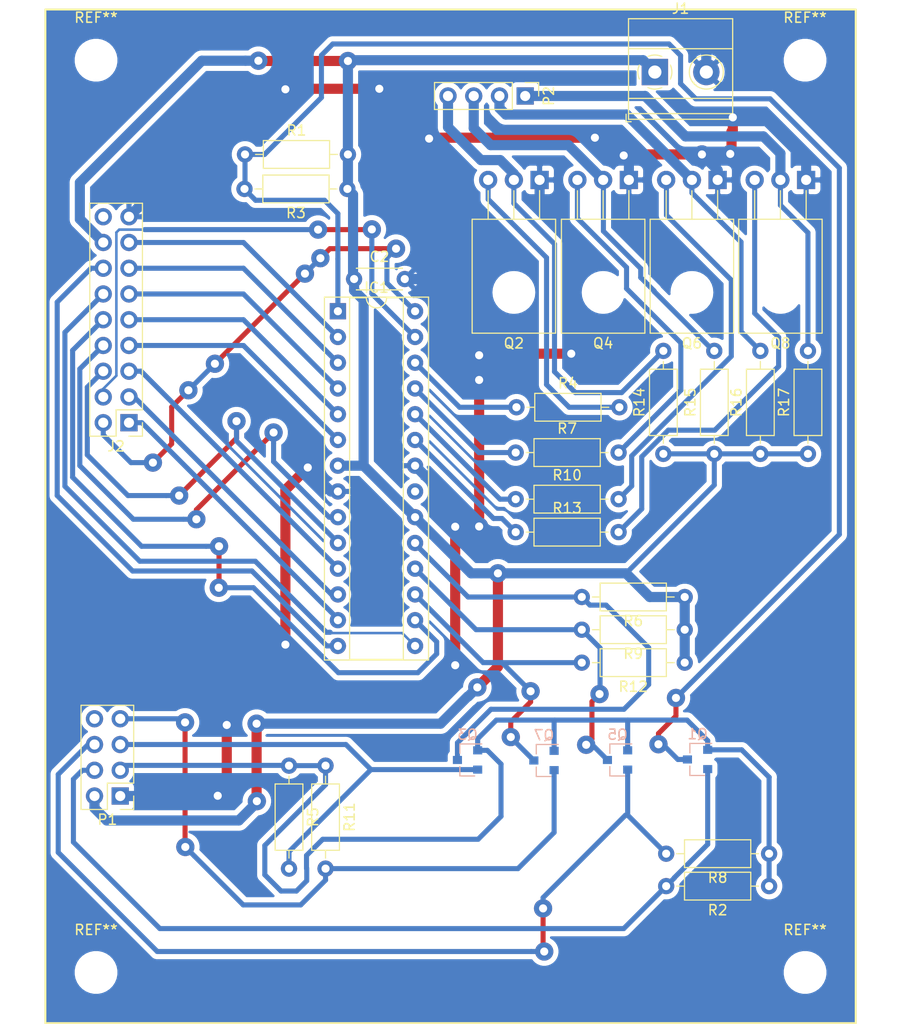
<source format=kicad_pcb>
(kicad_pcb (version 20211014) (generator pcbnew)
  (layers (0 "F.Cu" signal) (31 "B.Cu" signal) (34 "B.Paste" user) (35 "F.Paste" user) (36 "B.SilkS" user "B.Silkscreen") (37 "F.SilkS" user "F.Silkscreen") (38 "B.Mask" user) (39 "F.Mask" user) (44 "Edge.Cuts" user))
  (net 0 "")
  (net 1 "Earth")
  (net 2 "VCC")
  (net 3 "RST")
  (net 4 "/D0")
  (net 5 "/D1")
  (net 6 "MOSI")
  (net 7 "/D2")
  (net 8 "MISO")
  (net 9 "/D3")
  (net 10 "SCK")
  (net 11 "/D4")
  (net 12 "Net-(IC1-Pad21)")
  (net 13 "/Layer0")
  (net 14 "/Layer1")
  (net 15 "/D5")
  (net 16 "/Layer2")
  (net 17 "/D6")
  (net 18 "/Layer3")
  (net 19 "/D7")
  (net 20 "/OE")
  (net 21 "/B2")
  (net 22 "/G2")
  (net 23 "/R2")
  (net 24 "/B1")
  (net 25 "/G1")
  (net 26 "/R1")
  (net 27 "Net-(J2-Pad18)")
  (net 28 "+3V3")
  (net 29 "/RST_PI")
  (net 30 "/SCK_PI")
  (net 31 "/MISO_PI")
  (net 32 "/MOSI_PI")
  (net 33 "Net-(P1-Pad8)")
  (net 34 "Net-(P2-Pad1)")
  (net 35 "Net-(P2-Pad2)")
  (net 36 "Net-(P2-Pad3)")
  (net 37 "Net-(P2-Pad4)")
  (net 38 "Net-(Q2-Pad3)")
  (net 39 "Net-(Q4-Pad3)")
  (net 40 "Net-(Q6-Pad3)")
  (net 41 "Net-(Q8-Pad3)")
  (footprint "Package_DIP:DIP-28_W7.62mm_Socket" (layer "F.Cu") (at 123.9266 94.2086)
    (fp_text reference "IC1")
    (fp_text value "ATMEGA328-P")
  )
  (footprint "TerminalBlock_Phoenix:TerminalBlock_Phoenix_MKDS-1,5-2-5.08_1x02_P5.08mm_Horizontal" (layer "F.Cu") (at 155.2194 70.612)
    (fp_text reference "J1")
    (fp_text value "Screw_Terminal_1x02")
  )
  (footprint "Connector_PinHeader_2.54mm:PinHeader_2x09_P2.54mm_Vertical" (layer "F.Cu") (at 103.3018 105.2068 180)
    (fp_text reference "J2")
    (fp_text value "Conn_02x09_Odd_Even")
  )
  (footprint "Connector_PinHeader_2.54mm:PinHeader_2x04_P2.54mm_Vertical" (layer "F.Cu") (at 102.4382 142.0368 180)
    (fp_text reference "P1")
    (fp_text value "CONN_01X04")
  )
  (footprint "Connector_PinHeader_2.54mm:PinHeader_1x04_P2.54mm_Vertical" (layer "F.Cu") (at 142.4178 72.9742 -90)
    (fp_text reference "P2")
    (fp_text value "CONN_01X04")
  )
  (footprint "Resistor_THT:R_Axial_DIN0207_L6.3mm_D2.5mm_P10.16mm_Horizontal" (layer "F.Cu") (at 114.7572 78.74)
    (fp_text reference "R1")
    (fp_text value "10k")
  )
  (footprint "Resistor_THT:R_Axial_DIN0207_L6.3mm_D2.5mm_P10.16mm_Horizontal" (layer "F.Cu") (at 166.497 150.9268 180)
    (fp_text reference "R2")
    (fp_text value "10k")
  )
  (footprint "Resistor_THT:R_Axial_DIN0207_L6.3mm_D2.5mm_P10.16mm_Horizontal" (layer "F.Cu") (at 124.8664 82.1436 180)
    (fp_text reference "R3")
    (fp_text value "10k")
  )
  (footprint "Resistor_THT:R_Axial_DIN0207_L6.3mm_D2.5mm_P10.16mm_Horizontal" (layer "F.Cu") (at 141.5542 103.6828)
    (fp_text reference "R4")
    (fp_text value "220R")
  )
  (footprint "Resistor_THT:R_Axial_DIN0207_L6.3mm_D2.5mm_P10.16mm_Horizontal" (layer "F.Cu") (at 119.1006 139.0396 -90)
    (fp_text reference "R5")
    (fp_text value "10k")
  )
  (footprint "Resistor_THT:R_Axial_DIN0207_L6.3mm_D2.5mm_P10.16mm_Horizontal" (layer "F.Cu") (at 158.1658 122.4026 180)
    (fp_text reference "R6")
    (fp_text value "10k")
  )
  (footprint "Resistor_THT:R_Axial_DIN0207_L6.3mm_D2.5mm_P10.16mm_Horizontal" (layer "F.Cu") (at 141.478 108.1532)
    (fp_text reference "R7")
    (fp_text value "220R")
  )
  (footprint "Resistor_THT:R_Axial_DIN0207_L6.3mm_D2.5mm_P10.16mm_Horizontal" (layer "F.Cu") (at 166.497 147.7264 180)
    (fp_text reference "R8")
    (fp_text value "10k")
  )
  (footprint "Resistor_THT:R_Axial_DIN0207_L6.3mm_D2.5mm_P10.16mm_Horizontal" (layer "F.Cu") (at 158.1658 125.6284 180)
    (fp_text reference "R9")
    (fp_text value "10k")
  )
  (footprint "Resistor_THT:R_Axial_DIN0207_L6.3mm_D2.5mm_P10.16mm_Horizontal" (layer "F.Cu") (at 141.478 112.7506)
    (fp_text reference "R10")
    (fp_text value "220R")
  )
  (footprint "Resistor_THT:R_Axial_DIN0207_L6.3mm_D2.5mm_P10.16mm_Horizontal" (layer "F.Cu") (at 122.7074 139.0396 -90)
    (fp_text reference "R11")
    (fp_text value "10k")
  )
  (footprint "Resistor_THT:R_Axial_DIN0207_L6.3mm_D2.5mm_P10.16mm_Horizontal" (layer "F.Cu") (at 158.1658 128.8796 180)
    (fp_text reference "R12")
    (fp_text value "10k")
  )
  (footprint "Resistor_THT:R_Axial_DIN0207_L6.3mm_D2.5mm_P10.16mm_Horizontal" (layer "F.Cu") (at 141.478 116.0018)
    (fp_text reference "R13")
    (fp_text value "220R")
  )
  (footprint "MountingHole:MountingHole_3.2mm_M3" (layer "F.Cu") (at 100.0506 69.4436)
    (fp_text reference "REF**")
    (fp_text value "MountingHole_3.2mm_M3")
  )
  (footprint "MountingHole:MountingHole_3.2mm_M3" (layer "F.Cu") (at 170.0506 69.4436)
    (fp_text reference "REF**")
    (fp_text value "MountingHole_3.2mm_M3")
  )
  (footprint "MountingHole:MountingHole_3.2mm_M3" (layer "F.Cu") (at 170.0506 159.4436)
    (fp_text reference "REF**")
    (fp_text value "MountingHole_3.2mm_M3")
  )
  (footprint "MountingHole:MountingHole_3.2mm_M3" (layer "F.Cu") (at 100.0506 159.4436)
    (fp_text reference "REF**")
    (fp_text value "MountingHole_3.2mm_M3")
  )
  (footprint "Capacitor_THT:C_Disc_D4.3mm_W1.9mm_P5.00mm" (layer "F.Cu") (at 125.5268 91.0336)
    (fp_text reference "C2")
    (fp_text value "100n")
  )
  (footprint "Package_TO_SOT_THT:TO-126-3_Horizontal_TabDown" (layer "F.Cu") (at 143.8402 81.2546 180)
    (fp_text reference "Q2")
    (fp_text value "BD139")
  )
  (footprint "Package_TO_SOT_THT:TO-126-3_Horizontal_TabDown" (layer "F.Cu") (at 152.654 81.2546 180)
    (fp_text reference "Q4")
    (fp_text value "BD139")
  )
  (footprint "Package_TO_SOT_THT:TO-126-3_Horizontal_TabDown" (layer "F.Cu") (at 161.417 81.2546 180)
    (fp_text reference "Q6")
    (fp_text value "BD139")
  )
  (footprint "Package_TO_SOT_THT:TO-126-3_Horizontal_TabDown" (layer "F.Cu") (at 170.1546 81.2546 180)
    (fp_text reference "Q8")
    (fp_text value "BD139")
  )
  (footprint "Resistor_THT:R_Axial_DIN0207_L6.3mm_D2.5mm_P10.16mm_Horizontal" (layer "F.Cu") (at 156.0576 108.2802 90)
    (fp_text reference "R14")
    (fp_text value "10k")
  )
  (footprint "Resistor_THT:R_Axial_DIN0207_L6.3mm_D2.5mm_P10.16mm_Horizontal" (layer "F.Cu") (at 161.0868 108.2802 90)
    (fp_text reference "R15")
    (fp_text value "10k")
  )
  (footprint "Resistor_THT:R_Axial_DIN0207_L6.3mm_D2.5mm_P10.16mm_Horizontal" (layer "F.Cu") (at 165.6334 108.2802 90)
    (fp_text reference "R16")
    (fp_text value "10k")
  )
  (footprint "Resistor_THT:R_Axial_DIN0207_L6.3mm_D2.5mm_P10.16mm_Horizontal" (layer "F.Cu") (at 170.3324 108.2802 90)
    (fp_text reference "R17")
    (fp_text value "10k")
  )
  (footprint "Package_TO_SOT_SMD:SOT-23" (layer "B.Cu") (at 159.4358 138.43 180)
    (fp_text reference "Q1")
    (fp_text value "BSS138")
  )
  (footprint "Package_TO_SOT_SMD:SOT-23" (layer "B.Cu") (at 136.7282 138.4808 180)
    (fp_text reference "Q3")
    (fp_text value "BSS138")
  )
  (footprint "Package_TO_SOT_SMD:SOT-23" (layer "B.Cu") (at 151.5364 138.4808 180)
    (fp_text reference "Q5")
    (fp_text value "BSS138")
  )
  (footprint "Package_TO_SOT_SMD:SOT-23" (layer "B.Cu") (at 144.272 138.5316 180)
    (fp_text reference "Q7")
    (fp_text value "BSS138")
  )
  (gr_line (start 175.0506 164.4436) (end 95.0506 164.4436) (layer "F.SilkS") (width 0.2))
  (gr_line (start 95.0506 164.4436) (end 95.0506 64.4436) (layer "F.SilkS") (width 0.2))
  (gr_line (start 175.0506 64.4436) (end 175.0506 164.4436) (layer "F.SilkS") (width 0.2))
  (gr_line (start 95.0506 64.4436) (end 175.0506 64.4436) (layer "F.SilkS") (width 0.2))
  (segment (start 112.9538 141.4272) (end 112.3696 142.0114) (width 1) (layer "F.Cu") (net 1))
  (segment (start 133.0198 77.089) (end 132.9309 77.1779) (width 1) (layer "F.Cu") (net 1))
  (segment (start 135.509 129.1336) (end 135.509 115.468398) (width 1) (layer "F.Cu") (net 1))
  (segment (start 162.7886 78.5622) (end 162.6616 78.6892) (width 1) (layer "F.Cu") (net 1))
  (segment (start 162.7886 76.482192) (end 162.7886 78.5622) (width 1) (layer "F.Cu") (net 1))
  (segment (start 146.9644 98.3996) (end 138.0236 98.3996) (width 1) (layer "F.Cu") (net 1))
  (segment (start 138.0236 98.3996) (end 137.8712 98.552) (width 1) (layer "F.Cu") (net 1))
  (segment (start 120.204801 110.376399) (end 120.9548 109.6264) (width 1) (layer "F.Cu") (net 1))
  (segment (start 162.9156 75.0824) (end 162.9156 76.355192) (width 1) (layer "F.Cu") (net 1))
  (segment (start 118.745 111.8362) (end 120.204801 110.376399) (width 1) (layer "F.Cu") (net 1))
  (segment (start 112.9538 135.0264) (end 112.9538 141.4272) (width 1) (layer "F.Cu") (net 1))
  (segment (start 149.3012 77.089) (end 133.0198 77.089) (width 1) (layer "F.Cu") (net 1))
  (segment (start 118.745 127.1016) (end 118.745 111.8362) (width 1) (layer "F.Cu") (net 1))
  (segment (start 118.795804 72.263) (end 118.745004 72.3138) (width 1) (layer "F.Cu") (net 1))
  (segment (start 137.8712 115.443) (end 137.8712 100.9904) (width 1) (layer "F.Cu") (net 1))
  (segment (start 112.3696 142.0114) (end 112.0648 142.0114) (width 1) (layer "F.Cu") (net 1))
  (segment (start 162.9156 76.355192) (end 162.7886 76.482192) (width 1) (layer "F.Cu") (net 1))
  (segment (start 159.8676 78.74) (end 152.2476 78.74) (width 1) (layer "F.Cu") (net 1))
  (segment (start 128.016 72.263) (end 118.795804 72.263) (width 1) (layer "F.Cu") (net 1))
  (segment (start 152.2476 78.74) (end 152.1435 78.8441) (width 1) (layer "F.Cu") (net 1))
  (via (at 118.745004 72.3138) (size 1.8) (drill 0.8) (layers "F.Cu" "B.Cu") (net 1))
  (via (at 128.016 72.263) (size 1.8) (drill 0.8) (layers "F.Cu" "B.Cu") (net 1))
  (via (at 152.1435 78.8441) (size 1.8) (drill 0.8) (layers "F.Cu" "B.Cu") (net 1))
  (via (at 118.745 127.1016) (size 1.8) (drill 0.8) (layers "F.Cu" "B.Cu") (net 1))
  (via (at 146.9644 98.3996) (size 0.8) (drill 0.4) (layers "F.Cu" "B.Cu") (net 1))
  (via (at 112.0648 142.0114) (size 1.8) (drill 0.8) (layers "F.Cu" "B.Cu") (net 1))
  (via (at 137.8712 98.552) (size 1.8) (drill 0.8) (layers "F.Cu" "B.Cu") (net 1))
  (via (at 135.509 115.468398) (size 1.8) (drill 0.8) (layers "F.Cu" "B.Cu") (net 1))
  (via (at 146.9644 98.3996) (size 0.8) (drill 0.4) (layers "F.Cu" "B.Cu") (net 1))
  (via (at 137.8712 115.443) (size 1.8) (drill 0.8) (layers "F.Cu" "B.Cu") (net 1))
  (via (at 135.509 129.1336) (size 1.8) (drill 0.8) (layers "F.Cu" "B.Cu") (net 1))
  (via (at 162.9156 75.0824) (size 1.8) (drill 0.8) (layers "F.Cu" "B.Cu") (net 1))
  (via (at 112.9538 135.0264) (size 1.8) (drill 0.8) (layers "F.Cu" "B.Cu") (net 1))
  (via (at 137.8712 100.9904) (size 1.8) (drill 0.8) (layers "F.Cu" "B.Cu") (net 1))
  (via (at 146.9644 98.3996) (size 1.8) (drill 0.8) (layers "F.Cu" "B.Cu") (net 1))
  (via (at 149.3012 77.089) (size 1.8) (drill 0.8) (layers "F.Cu" "B.Cu") (net 1))
  (via (at 132.9309 77.1779) (size 1.8) (drill 0.8) (layers "F.Cu" "B.Cu") (net 1))
  (via (at 120.9548 109.6264) (size 1.8) (drill 0.8) (layers "F.Cu" "B.Cu") (net 1))
  (via (at 162.6616 78.6892) (size 1.8) (drill 0.8) (layers "F.Cu" "B.Cu") (net 1))
  (via (at 159.8676 78.74) (size 1.8) (drill 0.8) (layers "F.Cu" "B.Cu") (net 1))
  (segment (start 112.0394 142.0368) (end 112.0648 142.0114) (width 0.5) (layer "B.Cu") (net 1))
  (segment (start 146.9136 98.3488) (end 146.9644 98.3996) (width 1) (layer "B.Cu") (net 1))
  (segment (start 133.6802 91.0336) (end 137.8712 95.2246) (width 1) (layer "B.Cu") (net 1))
  (segment (start 135.509 113.411) (end 135.509 115.468398) (width 1) (layer "B.Cu") (net 1))
  (segment (start 118.745 128.16226) (end 118.745 127.1016) (width 1) (layer "B.Cu") (net 1))
  (segment (start 115.8748 72.3138) (end 117.472212 72.3138) (width 1) (layer "B.Cu") (net 1))
  (segment (start 102.4382 142.0368) (end 112.0394 142.0368) (width 1) (layer "B.Cu") (net 1))
  (segment (start 143.8402 83.1546) (end 146.9136 86.228) (width 1) (layer "B.Cu") (net 1))
  (segment (start 137.8712 95.2246) (end 137.8712 98.552) (width 1) (layer "B.Cu") (net 1))
  (segment (start 133.4516 77.6986) (end 133.4516 91.0336) (width 1) (layer "B.Cu") (net 1))
  (segment (start 117.472212 72.3138) (end 118.745004 72.3138) (width 1) (layer "B.Cu") (net 1))
  (segment (start 137.8712 99.717608) (end 137.8712 100.9904) (width 1) (layer "B.Cu") (net 1))
  (segment (start 131.5466 109.4486) (end 135.509 113.411) (width 1) (layer "B.Cu") (net 1))
  (segment (start 137.845802 115.468398) (end 137.8712 115.443) (width 1) (layer "B.Cu") (net 1))
  (segment (start 130.5268 91.0336) (end 133.6802 91.0336) (width 1) (layer "B.Cu") (net 1))
  (segment (start 118.745 132.0038) (end 118.745 128.16226) (width 1) (layer "B.Cu") (net 1))
  (segment (start 143.8402 81.2546) (end 143.8402 83.1546) (width 1) (layer "B.Cu") (net 1))
  (segment (start 146.9136 86.228) (end 146.9136 98.3488) (width 1) (layer "B.Cu") (net 1))
  (segment (start 118.8974 132.1562) (end 132.4864 132.1562) (width 1) (layer "B.Cu") (net 1))
  (segment (start 161.417 81.2546) (end 161.417 80.2894) (width 1) (layer "B.Cu") (net 1))
  (segment (start 112.9538 135.0264) (end 112.9538 134.239) (width 1) (layer "B.Cu") (net 1))
  (segment (start 162.6616 78.6892) (end 159.9184 78.6892) (width 1) (layer "B.Cu") (net 1))
  (segment (start 165.8824 75.0824) (end 162.9156 75.0824) (width 1) (layer "B.Cu") (net 1))
  (segment (start 158.242 66.3956) (end 122.5296 66.3956) (width 1) (layer "B.Cu") (net 1))
  (segment (start 170.1546 79.3546) (end 165.8824 75.0824) (width 1) (layer "B.Cu") (net 1))
  (segment (start 170.1546 81.2546) (end 170.1546 79.3546) (width 1) (layer "B.Cu") (net 1))
  (segment (start 132.4864 132.1562) (end 135.509 129.1336) (width 1) (layer "B.Cu") (net 1))
  (segment (start 115.0366 132.1562) (end 118.8974 132.1562) (width 1) (layer "B.Cu") (net 1))
  (segment (start 152.654 79.3546) (end 152.1435 78.8441) (width 1) (layer "B.Cu") (net 1))
  (segment (start 161.417 80.2894) (end 159.8676 78.74) (width 1) (layer "B.Cu") (net 1))
  (segment (start 112.9538 134.239) (end 115.0366 132.1562) (width 1) (layer "B.Cu") (net 1))
  (segment (start 152.654 81.2546) (end 152.654 79.3546) (width 1) (layer "B.Cu") (net 1))
  (segment (start 103.3018 84.8868) (end 115.8748 72.3138) (width 1) (layer "B.Cu") (net 1))
  (segment (start 118.745006 72.313802) (end 118.745004 72.3138) (width 0.5) (layer "B.Cu") (net 1))
  (segment (start 150.3884 77.089) (end 149.3012 77.089) (width 1) (layer "B.Cu") (net 1))
  (segment (start 123.2408 111.9886) (end 120.9548 109.7026) (width 1) (layer "B.Cu") (net 1))
  (segment (start 118.8974 132.1562) (end 118.745 132.0038) (width 0.5) (layer "B.Cu") (net 1))
  (segment (start 118.745004 70.180196) (end 118.745004 72.3138) (width 1) (layer "B.Cu") (net 1))
  (segment (start 152.1435 78.8441) (end 150.3884 77.089) (width 1) (layer "B.Cu") (net 1))
  (segment (start 160.2994 70.612) (end 160.2994 68.453) (width 1) (layer "B.Cu") (net 1))
  (segment (start 122.5296 66.3956) (end 118.745004 70.180196) (width 1) (layer "B.Cu") (net 1))
  (segment (start 135.509 115.468398) (end 137.845802 115.468398) (width 1) (layer "B.Cu") (net 1))
  (segment (start 128.016 72.263) (end 132.9309 77.1779) (width 1) (layer "B.Cu") (net 1))
  (segment (start 160.2994 68.453) (end 158.242 66.3956) (width 1) (layer "B.Cu") (net 1))
  (segment (start 120.9548 109.7026) (end 120.9548 109.6264) (width 1) (layer "B.Cu") (net 1))
  (segment (start 131.5466 109.4486) (end 131.7498 109.4486) (width 0.5) (layer "B.Cu") (net 1))
  (segment (start 132.9309 77.1779) (end 133.4516 77.6986) (width 1) (layer "B.Cu") (net 1))
  (segment (start 137.8712 98.552) (end 137.8712 99.717608) (width 1) (layer "B.Cu") (net 1))
  (segment (start 133.4516 91.0336) (end 130.5268 91.0336) (width 1) (layer "B.Cu") (net 1))
  (segment (start 123.9266 111.9886) (end 123.2408 111.9886) (width 1) (layer "B.Cu") (net 1))
  (segment (start 159.9184 78.6892) (end 159.8676 78.74) (width 1) (layer "B.Cu") (net 1))
  (segment (start 124.9172 69.5198) (end 116.1034 69.5198) (width 1) (layer "F.Cu") (net 2))
  (segment (start 115.9002 142.519402) (end 115.9256 142.544802) (width 0.5) (layer "F.Cu") (net 2))
  (segment (start 139.7254 120.0658) (end 139.7254 129.286) (width 1) (layer "F.Cu") (net 2))
  (segment (start 115.9002 134.8994) (end 115.9002 142.519402) (width 1) (layer "F.Cu") (net 2))
  (segment (start 116.1034 69.5198) (end 116.078 69.4944) (width 1) (layer "F.Cu") (net 2))
  (segment (start 139.7254 129.286) (end 137.6934 131.318) (width 1) (layer "F.Cu") (net 2))
  (via (at 124.9172 69.5198) (size 1.8) (drill 0.8) (layers "F.Cu" "B.Cu") (net 2))
  (via (at 115.9256 142.544802) (size 1.8) (drill 0.8) (layers "F.Cu" "B.Cu") (net 2))
  (via (at 116.078 69.4944) (size 1.8) (drill 0.8) (layers "F.Cu" "B.Cu") (net 2))
  (via (at 137.6934 131.318) (size 1.8) (drill 0.8) (layers "F.Cu" "B.Cu") (net 2))
  (via (at 115.9002 134.8994) (size 1.8) (drill 0.8) (layers "F.Cu" "B.Cu") (net 2))
  (via (at 139.7254 120.0658) (size 1.8) (drill 0.8) (layers "F.Cu" "B.Cu") (net 2))
  (segment (start 139.7254 120.0658) (end 152.3746 120.0658) (width 1) (layer "B.Cu") (net 2))
  (segment (start 125.5268 91.0336) (end 125.5268 92.16497) (width 1) (layer "B.Cu") (net 2))
  (segment (start 154.7114 122.4026) (end 158.1658 122.4026) (width 1) (layer "B.Cu") (net 2))
  (segment (start 165.6334 108.2802) (end 161.0868 108.2802) (width 0.5) (layer "B.Cu") (net 2))
  (segment (start 154.051 69.4436) (end 155.2194 70.612) (width 1) (layer "B.Cu") (net 2))
  (segment (start 99.8982 142.0368) (end 99.8982 143.238881) (width 1) (layer "B.Cu") (net 2))
  (segment (start 98.4504 81.534) (end 110.49 69.4944) (width 1) (layer "B.Cu") (net 2))
  (segment (start 124.8664 82.1436) (end 125.4252 82.7024) (width 1) (layer "B.Cu") (net 2))
  (segment (start 161.0868 111.3536) (end 161.0868 108.2802) (width 0.5) (layer "B.Cu") (net 2))
  (segment (start 124.9172 82.0928) (end 124.8664 82.1436) (width 0.5) (layer "B.Cu") (net 2))
  (segment (start 152.3746 120.0658) (end 154.7114 122.4026) (width 1) (layer "B.Cu") (net 2))
  (segment (start 98.4504 85.1154) (end 98.4504 81.534) (width 1) (layer "B.Cu") (net 2))
  (segment (start 126.4666 93.10477) (end 126.4666 109.4486) (width 1) (layer "B.Cu") (net 2))
  (segment (start 115.9256 142.6718) (end 115.9256 142.544802) (width 0.5) (layer "B.Cu") (net 2))
  (segment (start 131.5466 114.5286) (end 137.0838 120.0658) (width 1) (layer "B.Cu") (net 2))
  (segment (start 100.7618 87.4268) (end 98.4504 85.1154) (width 1) (layer "B.Cu") (net 2))
  (segment (start 101.109119 144.4498) (end 114.1476 144.4498) (width 1) (layer "B.Cu") (net 2))
  (segment (start 124.9172 69.5198) (end 124.9172 78.74) (width 1) (layer "B.Cu") (net 2))
  (segment (start 114.805208 69.4944) (end 116.078 69.4944) (width 1) (layer "B.Cu") (net 2))
  (segment (start 170.3324 108.2802) (end 165.6334 108.2802) (width 0.5) (layer "B.Cu") (net 2))
  (segment (start 134.0612 134.8994) (end 115.9002 134.8994) (width 1) (layer "B.Cu") (net 2))
  (segment (start 125.0696 69.4436) (end 154.051 69.4436) (width 1) (layer "B.Cu") (net 2))
  (segment (start 161.0868 108.2802) (end 156.0576 108.2802) (width 0.5) (layer "B.Cu") (net 2))
  (segment (start 126.4666 109.4486) (end 131.5466 114.5286) (width 1) (layer "B.Cu") (net 2))
  (segment (start 124.9172 78.74) (end 124.9172 82.0928) (width 1) (layer "B.Cu") (net 2))
  (segment (start 136.793401 132.217999) (end 136.742601 132.217999) (width 0.5) (layer "B.Cu") (net 2))
  (segment (start 124.9172 69.5198) (end 124.9172 69.5198) (width 0.5) (layer "B.Cu") (net 2))
  (segment (start 123.9266 109.4486) (end 126.4666 109.4486) (width 1) (layer "B.Cu") (net 2))
  (segment (start 110.49 69.4944) (end 114.805208 69.4944) (width 1) (layer "B.Cu") (net 2))
  (segment (start 125.4252 82.7024) (end 125.4252 90.932) (width 1) (layer "B.Cu") (net 2))
  (segment (start 158.1658 122.4026) (end 158.1658 125.6284) (width 1) (layer "B.Cu") (net 2))
  (segment (start 125.5268 92.16497) (end 126.4666 93.10477) (width 1) (layer "B.Cu") (net 2))
  (segment (start 158.1658 125.6284) (end 158.1658 128.8796) (width 1) (layer "B.Cu") (net 2))
  (segment (start 99.8982 143.238881) (end 101.109119 144.4498) (width 1) (layer "B.Cu") (net 2))
  (segment (start 137.0838 120.0658) (end 139.7254 120.0658) (width 1) (layer "B.Cu") (net 2))
  (segment (start 114.1476 144.4498) (end 115.9256 142.6718) (width 1) (layer "B.Cu") (net 2))
  (segment (start 136.742601 132.217999) (end 134.0612 134.8994) (width 1) (layer "B.Cu") (net 2))
  (segment (start 125.4252 90.932) (end 125.5268 91.0336) (width 1) (layer "B.Cu") (net 2))
  (segment (start 152.3746 120.0658) (end 161.0868 111.3536) (width 0.5) (layer "B.Cu") (net 2))
  (segment (start 124.9172 69.5198) (end 124.9172 69.2912) (width 1) (layer "B.Cu") (net 2))
  (segment (start 137.6934 131.318) (end 136.793401 132.217999) (width 1) (layer "B.Cu") (net 2))
  (segment (start 155.575 136.9314) (end 155.575 135.87074) (width 0.5) (layer "F.Cu") (net 3))
  (segment (start 155.575 135.87074) (end 157.3022 134.14354) (width 0.5) (layer "F.Cu") (net 3))
  (segment (start 157.3022 134.14354) (end 157.3022 132.3594) (width 0.5) (layer "F.Cu") (net 3))
  (via (at 155.575 136.9314) (size 1.8) (drill 0.8) (layers "F.Cu" "B.Cu") (net 3))
  (via (at 157.3022 132.3594) (size 1.8) (drill 0.8) (layers "F.Cu" "B.Cu") (net 3))
  (segment (start 173.4312 116.2304) (end 157.3022 132.3594) (width 0.5) (layer "B.Cu") (net 3))
  (segment (start 155.9872 136.9314) (end 155.575 136.9314) (width 0.5) (layer "B.Cu") (net 3))
  (segment (start 156.6164 67.8434) (end 157.7594 68.9864) (width 0.5) (layer "B.Cu") (net 3))
  (segment (start 114.7064 82.1436) (end 114.7064 82.169) (width 0.5) (layer "B.Cu") (net 3))
  (segment (start 173.4312 80.0862) (end 173.4312 116.2304) (width 0.5) (layer "B.Cu") (net 3))
  (segment (start 158.4358 138.43) (end 157.4858 138.43) (width 0.5) (layer "B.Cu") (net 3))
  (segment (start 157.4858 138.43) (end 155.9872 136.9314) (width 0.5) (layer "B.Cu") (net 3))
  (segment (start 166.5986 73.2536) (end 173.4312 80.0862) (width 0.5) (layer "B.Cu") (net 3))
  (segment (start 157.7594 68.9864) (end 157.7594 71.755) (width 0.5) (layer "B.Cu") (net 3))
  (segment (start 115.7986 83.2612) (end 122.6058 83.2612) (width 0.5) (layer "B.Cu") (net 3))
  (segment (start 123.9266 89.0524) (end 123.9266 94.2086) (width 0.5) (layer "B.Cu") (net 3))
  (segment (start 122.301 73.1266) (end 122.301 68.961) (width 0.5) (layer "B.Cu") (net 3))
  (segment (start 159.258 73.2536) (end 166.5986 73.2536) (width 0.5) (layer "B.Cu") (net 3))
  (segment (start 114.7572 78.74) (end 114.7572 82.0928) (width 0.5) (layer "B.Cu") (net 3))
  (segment (start 122.6058 83.2612) (end 123.9266 84.582) (width 0.5) (layer "B.Cu") (net 3))
  (segment (start 122.301 68.961) (end 123.4186 67.8434) (width 0.5) (layer "B.Cu") (net 3))
  (segment (start 114.7064 82.169) (end 115.7986 83.2612) (width 0.5) (layer "B.Cu") (net 3))
  (segment (start 157.7594 71.755) (end 159.258 73.2536) (width 0.5) (layer "B.Cu") (net 3))
  (segment (start 114.7572 82.0928) (end 114.7064 82.1436) (width 0.5) (layer "B.Cu") (net 3))
  (segment (start 123.9266 84.582) (end 123.9266 89.0524) (width 0.5) (layer "B.Cu") (net 3))
  (segment (start 116.6876 78.74) (end 122.301 73.1266) (width 0.5) (layer "B.Cu") (net 3))
  (segment (start 123.4186 67.8434) (end 156.6164 67.8434) (width 0.5) (layer "B.Cu") (net 3))
  (segment (start 114.7572 78.74) (end 116.6876 78.74) (width 0.5) (layer "B.Cu") (net 3))
  (segment (start 114.6048 87.4268) (end 123.9266 96.7486) (width 0.5) (layer "B.Cu") (net 4))
  (segment (start 103.3018 87.4268) (end 114.6048 87.4268) (width 0.5) (layer "B.Cu") (net 4))
  (segment (start 114.6048 89.9668) (end 123.9266 99.2886) (width 0.5) (layer "B.Cu") (net 5))
  (segment (start 103.3018 89.9668) (end 114.6048 89.9668) (width 0.5) (layer "B.Cu") (net 5))
  (segment (start 142.9512 131.699) (end 142.9512 132.75966) (width 0.5) (layer "F.Cu") (net 6))
  (segment (start 142.9512 132.75966) (end 140.9954 134.71546) (width 0.5) (layer "F.Cu") (net 6))
  (segment (start 140.9954 134.71546) (end 140.9954 136.2202) (width 0.5) (layer "F.Cu") (net 6))
  (via (at 142.9512 131.699) (size 1.8) (drill 0.8) (layers "F.Cu" "B.Cu") (net 6))
  (via (at 140.9954 136.2202) (size 1.8) (drill 0.8) (layers "F.Cu" "B.Cu") (net 6))
  (segment (start 138.2776 128.8796) (end 148.0058 128.8796) (width 0.5) (layer "B.Cu") (net 6))
  (segment (start 140.9954 136.255) (end 143.272 138.5316) (width 0.5) (layer "B.Cu") (net 6))
  (segment (start 138.2776 128.8796) (end 140.1318 128.8796) (width 0.5) (layer "B.Cu") (net 6))
  (segment (start 131.5466 122.1486) (end 138.2776 128.8796) (width 0.5) (layer "B.Cu") (net 6))
  (segment (start 140.9954 136.2202) (end 140.9954 136.255) (width 0.5) (layer "B.Cu") (net 6))
  (segment (start 140.1318 128.8796) (end 142.9512 131.699) (width 0.5) (layer "B.Cu") (net 6))
  (segment (start 114.6048 92.5068) (end 123.9266 101.8286) (width 0.5) (layer "B.Cu") (net 7))
  (segment (start 103.3018 92.5068) (end 114.6048 92.5068) (width 0.5) (layer "B.Cu") (net 7))
  (segment (start 149.7584 131.9784) (end 149.008401 132.728399) (width 0.5) (layer "F.Cu") (net 8))
  (segment (start 149.008401 136.411399) (end 148.4376 136.9822) (width 0.5) (layer "F.Cu") (net 8))
  (segment (start 149.008401 132.728399) (end 149.008401 136.411399) (width 0.5) (layer "F.Cu") (net 8))
  (via (at 148.4376 136.9822) (size 1.8) (drill 0.8) (layers "F.Cu" "B.Cu") (net 8))
  (via (at 149.7584 131.9784) (size 1.8) (drill 0.8) (layers "F.Cu" "B.Cu") (net 8))
  (segment (start 149.8092 127.4318) (end 149.8092 131.9276) (width 0.5) (layer "B.Cu") (net 8))
  (segment (start 149.8092 131.9276) (end 149.7584 131.9784) (width 0.5) (layer "B.Cu") (net 8))
  (segment (start 149.0378 136.9822) (end 150.5364 138.4808) (width 0.5) (layer "B.Cu") (net 8))
  (segment (start 137.5664 125.6284) (end 148.0058 125.6284) (width 0.5) (layer "B.Cu") (net 8))
  (segment (start 148.0058 125.6284) (end 149.8092 127.4318) (width 0.5) (layer "B.Cu") (net 8))
  (segment (start 148.4376 136.9822) (end 149.0378 136.9822) (width 0.5) (layer "B.Cu") (net 8))
  (segment (start 131.5466 119.6086) (end 137.5664 125.6284) (width 0.5) (layer "B.Cu") (net 8))
  (segment (start 114.6048 95.0468) (end 123.9266 104.3686) (width 0.5) (layer "B.Cu") (net 9))
  (segment (start 103.3018 95.0468) (end 114.6048 95.0468) (width 0.5) (layer "B.Cu") (net 9))
  (segment (start 135.7282 136.7884) (end 135.7282 138.4808) (width 0.5) (layer "B.Cu") (net 10))
  (segment (start 139.0396 133.477) (end 135.7282 136.7884) (width 0.5) (layer "B.Cu") (net 10))
  (segment (start 148.0058 122.4026) (end 148.805799 123.202599) (width 0.5) (layer "B.Cu") (net 10))
  (segment (start 148.805799 123.202599) (end 150.405999 123.202599) (width 0.5) (layer "B.Cu") (net 10))
  (segment (start 154.6098 127.4064) (end 154.6098 131.0386) (width 0.5) (layer "B.Cu") (net 10))
  (segment (start 152.1714 133.477) (end 139.0396 133.477) (width 0.5) (layer "B.Cu") (net 10))
  (segment (start 131.5466 117.0686) (end 131.5466 117.1702) (width 0.5) (layer "B.Cu") (net 10))
  (segment (start 136.779 122.4026) (end 148.0058 122.4026) (width 0.5) (layer "B.Cu") (net 10))
  (segment (start 131.5466 117.1702) (end 136.779 122.4026) (width 0.5) (layer "B.Cu") (net 10))
  (segment (start 150.405999 123.202599) (end 154.6098 127.4064) (width 0.5) (layer "B.Cu") (net 10))
  (segment (start 154.6098 131.0386) (end 152.1714 133.477) (width 0.5) (layer "B.Cu") (net 10))
  (segment (start 114.6048 97.5868) (end 123.9266 106.9086) (width 0.5) (layer "B.Cu") (net 11))
  (segment (start 103.3018 97.5868) (end 114.6048 97.5868) (width 0.5) (layer "B.Cu") (net 11))
  (segment (start 140.1318 114.6556) (end 141.478 116.0018) (width 0.5) (layer "B.Cu") (net 13))
  (segment (start 131.5466 106.9086) (end 131.5466 106.9594) (width 0.5) (layer "B.Cu") (net 13))
  (segment (start 139.2936 114.6556) (end 140.1318 114.6556) (width 0.5) (layer "B.Cu") (net 13))
  (segment (start 131.5466 106.9086) (end 139.2936 114.6556) (width 0.5) (layer "B.Cu") (net 13))
  (segment (start 131.5466 104.3686) (end 139.9286 112.7506) (width 0.5) (layer "B.Cu") (net 14))
  (segment (start 131.5466 104.3686) (end 131.6736 104.3686) (width 0.5) (layer "B.Cu") (net 14))
  (segment (start 139.9286 112.7506) (end 141.478 112.7506) (width 0.5) (layer "B.Cu") (net 14))
  (segment (start 104.4956 100.1268) (end 123.9266 119.5578) (width 0.5) (layer "B.Cu") (net 15))
  (segment (start 123.9266 119.5578) (end 123.9266 119.6086) (width 0.5) (layer "B.Cu") (net 15))
  (segment (start 103.3018 100.1268) (end 104.4956 100.1268) (width 0.5) (layer "B.Cu") (net 15))
  (segment (start 131.5466 101.854) (end 137.8458 108.1532) (width 0.5) (layer "B.Cu") (net 16))
  (segment (start 131.5466 101.8286) (end 131.5466 101.854) (width 0.5) (layer "B.Cu") (net 16))
  (segment (start 131.5466 101.8286) (end 131.5466 101.9048) (width 0.5) (layer "B.Cu") (net 16))
  (segment (start 137.8458 108.1532) (end 141.478 108.1532) (width 0.5) (layer "B.Cu") (net 16))
  (segment (start 103.3018 102.6668) (end 103.8098 102.6668) (width 0.5) (layer "B.Cu") (net 17))
  (segment (start 103.8098 102.6668) (end 123.2916 122.1486) (width 0.5) (layer "B.Cu") (net 17))
  (segment (start 123.2916 122.1486) (end 123.9266 122.1486) (width 0.5) (layer "B.Cu") (net 17))
  (segment (start 131.5466 99.2886) (end 135.9408 103.6828) (width 0.5) (layer "B.Cu") (net 18))
  (segment (start 135.9408 103.6828) (end 141.5542 103.6828) (width 0.5) (layer "B.Cu") (net 18))
  (segment (start 131.5466 99.2886) (end 131.5466 99.314) (width 0.5) (layer "B.Cu") (net 18))
  (segment (start 123.9266 124.5616) (end 123.9266 124.6886) (width 0.5) (layer "B.Cu") (net 19))
  (segment (start 104.5718 105.2068) (end 123.9266 124.5616) (width 0.5) (layer "B.Cu") (net 19))
  (segment (start 103.3018 105.2068) (end 104.5718 105.2068) (width 0.5) (layer "B.Cu") (net 19))
  (segment (start 111.7854 99.3902) (end 120.6754 90.5002) (width 0.5) (layer "F.Cu") (net 20))
  (segment (start 128.394208 88.03638) (end 129.667 88.03638) (width 0.5) (layer "F.Cu") (net 20))
  (segment (start 123.13922 88.03638) (end 122.1994 88.9762) (width 0.5) (layer "F.Cu") (net 20))
  (segment (start 107.5182 107.2896) (end 107.5182 103.6574) (width 0.5) (layer "F.Cu") (net 20))
  (segment (start 105.664 109.1438) (end 107.5182 107.2896) (width 0.5) (layer "F.Cu") (net 20))
  (segment (start 128.394208 88.03638) (end 123.13922 88.03638) (width 0.5) (layer "F.Cu") (net 20))
  (segment (start 107.5182 103.6574) (end 109.1692 102.0064) (width 0.5) (layer "F.Cu") (net 20))
  (via (at 120.6754 90.5002) (size 1.8) (drill 0.8) (layers "F.Cu" "B.Cu") (net 20))
  (via (at 122.1994 88.9762) (size 1.8) (drill 0.8) (layers "F.Cu" "B.Cu") (net 20))
  (via (at 111.7854 99.3902) (size 1.8) (drill 0.8) (layers "F.Cu" "B.Cu") (net 20))
  (via (at 105.664 109.1438) (size 1.8) (drill 0.8) (layers "F.Cu" "B.Cu") (net 20))
  (via (at 129.667 88.03638) (size 1.8) (drill 0.8) (layers "F.Cu" "B.Cu") (net 20))
  (via (at 109.1692 102.0064) (size 1.8) (drill 0.8) (layers "F.Cu" "B.Cu") (net 20))
  (segment (start 111.7854 99.3902) (end 109.1692 102.0064) (width 0.5) (layer "B.Cu") (net 20))
  (segment (start 131.5466 94.2086) (end 128.767001 91.429001) (width 0.5) (layer "B.Cu") (net 20))
  (segment (start 128.767001 88.936379) (end 129.667 88.03638) (width 0.5) (layer "B.Cu") (net 20))
  (segment (start 100.7618 106.408881) (end 103.496719 109.1438) (width 0.5) (layer "B.Cu") (net 20))
  (segment (start 103.496719 109.1438) (end 105.664 109.1438) (width 0.5) (layer "B.Cu") (net 20))
  (segment (start 128.767001 91.429001) (end 128.767001 88.936379) (width 0.5) (layer "B.Cu") (net 20))
  (segment (start 100.7618 105.2068) (end 100.7618 106.408881) (width 0.5) (layer "B.Cu") (net 20))
  (segment (start 122.1994 88.9762) (end 120.6754 90.5002) (width 0.5) (layer "B.Cu") (net 20))
  (segment (start 121.9708 86.1568) (end 127.254 86.1568) (width 0.5) (layer "F.Cu") (net 21))
  (segment (start 127.254 86.1568) (end 127.2794 86.1314) (width 0.5) (layer "F.Cu") (net 21))
  (via (at 121.9708 86.1568) (size 1.8) (drill 0.8) (layers "F.Cu" "B.Cu") (net 21))
  (via (at 127.2794 86.1314) (size 1.8) (drill 0.8) (layers "F.Cu" "B.Cu") (net 21))
  (segment (start 104.8512 86.1568) (end 121.9708 86.1568) (width 0.5) (layer "B.Cu") (net 21))
  (segment (start 100.7618 101.865802) (end 102.0572 100.570402) (width 0.25) (layer "B.Cu") (net 21))
  (segment (start 127.2794 92.4814) (end 127.2794 87.404192) (width 0.5) (layer "B.Cu") (net 21))
  (segment (start 127.2794 87.404192) (end 127.2794 86.1314) (width 0.5) (layer "B.Cu") (net 21))
  (segment (start 102.0572 86.4362) (end 102.3366 86.1568) (width 0.25) (layer "B.Cu") (net 21))
  (segment (start 131.5466 96.7486) (end 127.2794 92.4814) (width 0.5) (layer "B.Cu") (net 21))
  (segment (start 102.0572 100.570402) (end 102.0572 86.4362) (width 0.25) (layer "B.Cu") (net 21))
  (segment (start 102.3366 86.1568) (end 104.8512 86.1568) (width 0.25) (layer "B.Cu") (net 21))
  (segment (start 100.7618 102.6668) (end 100.7618 101.865802) (width 0.25) (layer "B.Cu") (net 21))
  (segment (start 113.919 106.7308) (end 109.154799 111.495001) (width 0.5) (layer "F.Cu") (net 22))
  (segment (start 109.154799 111.495001) (end 108.2548 112.395) (width 0.5) (layer "F.Cu") (net 22))
  (segment (start 113.919 105.0544) (end 113.919 106.7308) (width 0.5) (layer "F.Cu") (net 22))
  (via (at 108.2548 112.395) (size 1.8) (drill 0.8) (layers "F.Cu" "B.Cu") (net 22))
  (via (at 113.919 105.0544) (size 1.8) (drill 0.8) (layers "F.Cu" "B.Cu") (net 22))
  (segment (start 99.187 108.3818) (end 103.2002 112.395) (width 0.5) (layer "B.Cu") (net 22))
  (segment (start 106.982008 112.395) (end 108.2548 112.395) (width 0.5) (layer "B.Cu") (net 22))
  (segment (start 99.187 101.7016) (end 99.187 108.3818) (width 0.5) (layer "B.Cu") (net 22))
  (segment (start 103.2002 112.395) (end 106.982008 112.395) (width 0.5) (layer "B.Cu") (net 22))
  (segment (start 113.919 105.0544) (end 113.919 107.0102) (width 0.5) (layer "B.Cu") (net 22))
  (segment (start 100.7618 100.1268) (end 99.187 101.7016) (width 0.5) (layer "B.Cu") (net 22))
  (segment (start 123.9266 117.0178) (end 123.9266 117.0686) (width 0.5) (layer "B.Cu") (net 22))
  (segment (start 113.919 107.0102) (end 123.9266 117.0178) (width 0.5) (layer "B.Cu") (net 22))
  (segment (start 117.5766 106.172) (end 109.9566 113.792) (width 0.5) (layer "F.Cu") (net 23))
  (segment (start 109.9566 113.792) (end 109.9566 114.7318) (width 0.5) (layer "F.Cu") (net 23))
  (via (at 109.9566 114.7318) (size 1.8) (drill 0.8) (layers "F.Cu" "B.Cu") (net 23))
  (via (at 117.5766 106.172) (size 1.8) (drill 0.8) (layers "F.Cu" "B.Cu") (net 23))
  (segment (start 123.9266 114.5286) (end 123.063 114.5286) (width 0.5) (layer "B.Cu") (net 23))
  (segment (start 103.7336 114.7318) (end 108.683808 114.7318) (width 0.5) (layer "B.Cu") (net 23))
  (segment (start 117.5766 107.23266) (end 117.5766 106.172) (width 0.5) (layer "B.Cu") (net 23))
  (segment (start 108.683808 114.7318) (end 109.9566 114.7318) (width 0.5) (layer "B.Cu") (net 23))
  (segment (start 123.063 114.5286) (end 117.5766 109.0422) (width 0.5) (layer "B.Cu") (net 23))
  (segment (start 98.4504 99.8982) (end 98.4504 109.4486) (width 0.5) (layer "B.Cu") (net 23))
  (segment (start 100.7618 97.5868) (end 98.4504 99.8982) (width 0.5) (layer "B.Cu") (net 23))
  (segment (start 98.4504 109.4486) (end 103.7336 114.7318) (width 0.5) (layer "B.Cu") (net 23))
  (segment (start 117.5766 109.0422) (end 117.5766 107.23266) (width 0.5) (layer "B.Cu") (net 23))
  (segment (start 112.1664 121.031) (end 112.1664 121.4882) (width 0.5) (layer "F.Cu") (net 24))
  (segment (start 112.1918 117.3988) (end 112.1918 121.0056) (width 0.5) (layer "F.Cu") (net 24))
  (segment (start 112.1918 121.0056) (end 112.1664 121.031) (width 0.5) (layer "F.Cu") (net 24))
  (via (at 112.1918 117.3988) (size 1.8) (drill 0.8) (layers "F.Cu" "B.Cu") (net 24))
  (via (at 112.1664 121.4882) (size 1.8) (drill 0.8) (layers "F.Cu" "B.Cu") (net 24))
  (segment (start 97.7392 110.5916) (end 104.5464 117.3988) (width 0.5) (layer "B.Cu") (net 24))
  (segment (start 123.9774 129.8702) (end 131.826 129.8702) (width 0.5) (layer "B.Cu") (net 24))
  (segment (start 133.6802 126.8222) (end 131.5466 124.6886) (width 0.5) (layer "B.Cu") (net 24))
  (segment (start 115.5954 121.4882) (end 123.9774 129.8702) (width 0.5) (layer "B.Cu") (net 24))
  (segment (start 131.826 129.8702) (end 133.6802 128.016) (width 0.5) (layer "B.Cu") (net 24))
  (segment (start 97.7392 98.0694) (end 97.7392 110.5916) (width 0.5) (layer "B.Cu") (net 24))
  (segment (start 112.1664 121.4882) (end 115.5954 121.4882) (width 0.5) (layer "B.Cu") (net 24))
  (segment (start 104.5464 117.3988) (end 110.919008 117.3988) (width 0.5) (layer "B.Cu") (net 24))
  (segment (start 110.919008 117.3988) (end 112.1918 117.3988) (width 0.5) (layer "B.Cu") (net 24))
  (segment (start 133.6802 128.016) (end 133.6802 126.8222) (width 0.5) (layer "B.Cu") (net 24))
  (segment (start 100.7618 95.0468) (end 97.7392 98.0694) (width 0.5) (layer "B.Cu") (net 24))
  (segment (start 96.9772 111.4806) (end 104.3686 118.872) (width 0.5) (layer "B.Cu") (net 25))
  (segment (start 104.3686 118.872) (end 115.7732 118.872) (width 0.5) (layer "B.Cu") (net 25))
  (segment (start 123.1392 125.8824) (end 123.1646 125.8824) (width 0.5) (layer "B.Cu") (net 25))
  (segment (start 123.1392 125.8824) (end 123.2154 125.9586) (width 0.25) (layer "B.Cu") (net 25))
  (segment (start 96.9772 96.2914) (end 96.9772 111.4806) (width 0.5) (layer "B.Cu") (net 25))
  (segment (start 100.7618 92.5068) (end 96.9772 96.2914) (width 0.5) (layer "B.Cu") (net 25))
  (segment (start 122.7836 125.8824) (end 123.1392 125.8824) (width 0.5) (layer "B.Cu") (net 25))
  (segment (start 130.2766 125.9586) (end 131.5466 127.2286) (width 0.25) (layer "B.Cu") (net 25))
  (segment (start 115.7732 118.872) (end 122.7836 125.8824) (width 0.5) (layer "B.Cu") (net 25))
  (segment (start 123.2154 125.9586) (end 130.2766 125.9586) (width 0.25) (layer "B.Cu") (net 25))
  (segment (start 115.443 119.8372) (end 122.8344 127.2286) (width 0.5) (layer "B.Cu") (net 26))
  (segment (start 100.7618 89.9668) (end 99.559719 89.9668) (width 0.5) (layer "B.Cu") (net 26))
  (segment (start 99.559719 89.9668) (end 96.2152 93.311319) (width 0.5) (layer "B.Cu") (net 26))
  (segment (start 96.2152 112.395) (end 103.6574 119.8372) (width 0.5) (layer "B.Cu") (net 26))
  (segment (start 96.2152 93.311319) (end 96.2152 112.395) (width 0.5) (layer "B.Cu") (net 26))
  (segment (start 122.8344 127.2286) (end 123.9266 127.2286) (width 0.5) (layer "B.Cu") (net 26))
  (segment (start 103.6574 119.8372) (end 115.443 119.8372) (width 0.5) (layer "B.Cu") (net 26))
  (segment (start 166.5097 140.1953) (end 166.497 140.208) (width 0.5) (layer "B.Cu") (net 28))
  (segment (start 145.272 134.6106) (end 145.3388 134.5438) (width 0.5) (layer "B.Cu") (net 28))
  (segment (start 116.713 146.9136) (end 122.7074 140.9192) (width 0.5) (layer "B.Cu") (net 28))
  (segment (start 140.0302 138.8828) (end 140.0302 144.0434) (width 0.5) (layer "B.Cu") (net 28))
  (segment (start 119.0752 139.0142) (end 119.1006 139.0396) (width 0.5) (layer "B.Cu") (net 28))
  (segment (start 137.7696 146.304) (end 122.428 146.304) (width 0.5) (layer "B.Cu") (net 28))
  (segment (start 122.7074 140.9192) (end 122.7074 139.0396) (width 0.5) (layer "B.Cu") (net 28))
  (segment (start 158.3996 134.5438) (end 160.4358 136.58) (width 0.5) (layer "B.Cu") (net 28))
  (segment (start 152.5364 134.5598) (end 152.5524 134.5438) (width 0.5) (layer "B.Cu") (net 28))
  (segment (start 163.7944 137.48) (end 160.4358 137.48) (width 0.5) (layer "B.Cu") (net 28))
  (segment (start 137.7282 137.5308) (end 138.6782 137.5308) (width 0.5) (layer "B.Cu") (net 28))
  (segment (start 166.497 140.208) (end 166.497 147.7264) (width 0.5) (layer "B.Cu") (net 28))
  (segment (start 120.8278 147.9042) (end 120.8278 149.178398) (width 0.5) (layer "B.Cu") (net 28))
  (segment (start 160.4358 137.48) (end 160.4358 136.58) (width 0.5) (layer "B.Cu") (net 28))
  (segment (start 118.3132 151.4094) (end 116.713 149.8092) (width 0.5) (layer "B.Cu") (net 28))
  (segment (start 120.8532 150.3934) (end 119.8372 151.4094) (width 0.5) (layer "B.Cu") (net 28))
  (segment (start 120.8278 149.178398) (end 120.8532 149.203798) (width 0.5) (layer "B.Cu") (net 28))
  (segment (start 166.497 147.7264) (end 166.497 150.9268) (width 0.5) (layer "B.Cu") (net 28))
  (segment (start 145.3388 134.5438) (end 152.5524 134.5438) (width 0.5) (layer "B.Cu") (net 28))
  (segment (start 140.0302 144.0434) (end 137.7696 146.304) (width 0.5) (layer "B.Cu") (net 28))
  (segment (start 139.573 134.5438) (end 137.7282 136.3886) (width 0.5) (layer "B.Cu") (net 28))
  (segment (start 119.1006 139.0396) (end 122.7074 139.0396) (width 0.5) (layer "B.Cu") (net 28))
  (segment (start 102.9208 139.0142) (end 119.0752 139.0142) (width 0.5) (layer "B.Cu") (net 28))
  (segment (start 152.5778 137.4894) (end 152.5364 137.5308) (width 0.5) (layer "B.Cu") (net 28))
  (segment (start 119.8372 151.4094) (end 118.3132 151.4094) (width 0.5) (layer "B.Cu") (net 28))
  (segment (start 145.272 137.5816) (end 145.272 134.6106) (width 0.5) (layer "B.Cu") (net 28))
  (segment (start 122.428 146.304) (end 120.8278 147.9042) (width 0.5) (layer "B.Cu") (net 28))
  (segment (start 152.5524 134.5438) (end 158.3996 134.5438) (width 0.5) (layer "B.Cu") (net 28))
  (segment (start 139.573 134.5438) (end 145.3388 134.5438) (width 0.5) (layer "B.Cu") (net 28))
  (segment (start 102.4382 139.4968) (end 102.9208 139.0142) (width 0.5) (layer "B.Cu") (net 28))
  (segment (start 137.7282 136.3886) (end 137.7282 137.5308) (width 0.5) (layer "B.Cu") (net 28))
  (segment (start 152.5364 137.5308) (end 152.6286 137.4386) (width 0.5) (layer "B.Cu") (net 28))
  (segment (start 163.7944 137.48) (end 166.5097 140.1953) (width 0.5) (layer "B.Cu") (net 28))
  (segment (start 152.5364 137.5308) (end 152.5626 137.5308) (width 0.5) (layer "B.Cu") (net 28))
  (segment (start 152.5364 137.5308) (end 152.5364 134.5598) (width 0.5) (layer "B.Cu") (net 28))
  (segment (start 120.8532 149.203798) (end 120.8532 150.3934) (width 0.5) (layer "B.Cu") (net 28))
  (segment (start 116.713 149.8092) (end 116.713 146.9136) (width 0.5) (layer "B.Cu") (net 28))
  (segment (start 152.5364 137.5308) (end 152.6896 137.5308) (width 0.5) (layer "B.Cu") (net 28))
  (segment (start 138.6782 137.5308) (end 140.0302 138.8828) (width 0.5) (layer "B.Cu") (net 28))
  (segment (start 97.8154 140.377519) (end 97.8154 146.5834) (width 0.5) (layer "B.Cu") (net 29))
  (segment (start 156.337 150.9268) (end 157.136999 150.126801) (width 0.5) (layer "B.Cu") (net 29))
  (segment (start 152.146 155.1178) (end 156.337 150.9268) (width 0.5) (layer "B.Cu") (net 29))
  (segment (start 98.696119 139.4968) (end 97.8154 140.377519) (width 0.5) (layer "B.Cu") (net 29))
  (segment (start 106.3498 155.1178) (end 152.146 155.1178) (width 0.5) (layer "B.Cu") (net 29))
  (segment (start 157.136999 150.126801) (end 157.136999 150.101401) (width 0.5) (layer "B.Cu") (net 29))
  (segment (start 99.8982 139.4968) (end 98.696119 139.4968) (width 0.5) (layer "B.Cu") (net 29))
  (segment (start 97.8154 146.5834) (end 106.3498 155.1178) (width 0.5) (layer "B.Cu") (net 29))
  (segment (start 157.136999 150.101401) (end 160.4358 146.8026) (width 0.5) (layer "B.Cu") (net 29))
  (segment (start 160.4358 146.8026) (end 160.4358 139.38) (width 0.5) (layer "B.Cu") (net 29))
  (segment (start 102.4382 136.9568) (end 124.719 136.9568) (width 0.5) (layer "B.Cu") (net 30))
  (segment (start 127.193 139.4308) (end 137.7282 139.4308) (width 0.5) (layer "B.Cu") (net 30))
  (segment (start 119.1006 147.5232) (end 127.193 139.4308) (width 0.5) (layer "B.Cu") (net 30))
  (segment (start 124.719 136.9568) (end 127.193 139.4308) (width 0.5) (layer "B.Cu") (net 30))
  (segment (start 119.1006 149.1996) (end 119.1006 147.5232) (width 0.5) (layer "B.Cu") (net 30))
  (segment (start 144.183799 157.2648) (end 144.2974 157.378401) (width 0.5) (layer "F.Cu") (net 31))
  (segment (start 144.183799 153.123201) (end 144.183799 157.2648) (width 0.5) (layer "F.Cu") (net 31))
  (via (at 144.2974 157.378401) (size 1.8) (drill 0.8) (layers "F.Cu" "B.Cu") (net 31))
  (via (at 144.183799 153.123201) (size 1.8) (drill 0.8) (layers "F.Cu" "B.Cu") (net 31))
  (segment (start 152.5364 143.9258) (end 156.337 147.7264) (width 0.5) (layer "B.Cu") (net 31))
  (segment (start 99.2632 136.9568) (end 96.3168 139.9032) (width 0.5) (layer "B.Cu") (net 31))
  (segment (start 144.183799 153.123201) (end 144.183799 152.062541) (width 0.5) (layer "B.Cu") (net 31))
  (segment (start 96.3168 139.9032) (end 96.3168 147.5994) (width 0.5) (layer "B.Cu") (net 31))
  (segment (start 143.024608 157.378401) (end 144.2974 157.378401) (width 0.5) (layer "B.Cu") (net 31))
  (segment (start 144.183799 152.062541) (end 152.32054 143.9258) (width 0.5) (layer "B.Cu") (net 31))
  (segment (start 106.095801 157.378401) (end 143.024608 157.378401) (width 0.5) (layer "B.Cu") (net 31))
  (segment (start 152.5364 139.4308) (end 152.5364 143.9258) (width 0.5) (layer "B.Cu") (net 31))
  (segment (start 152.32054 143.9258) (end 152.5364 143.9258) (width 0.5) (layer "B.Cu") (net 31))
  (segment (start 96.3168 147.5994) (end 106.095801 157.378401) (width 0.5) (layer "B.Cu") (net 31))
  (segment (start 99.8982 136.9568) (end 99.2632 136.9568) (width 0.5) (layer "B.Cu") (net 31))
  (segment (start 108.839 134.7724) (end 108.839 147.0406) (width 0.5) (layer "F.Cu") (net 32))
  (segment (start 108.839 147.0406) (end 108.8644 147.066) (width 0.5) (layer "F.Cu") (net 32))
  (via (at 108.8644 147.066) (size 1.8) (drill 0.8) (layers "F.Cu" "B.Cu") (net 32))
  (via (at 108.839 134.7724) (size 1.8) (drill 0.8) (layers "F.Cu" "B.Cu") (net 32))
  (segment (start 122.7074 150.33097) (end 120.25737 152.781) (width 0.5) (layer "B.Cu") (net 32))
  (segment (start 145.272 145.6342) (end 141.7066 149.1996) (width 0.5) (layer "B.Cu") (net 32))
  (segment (start 122.7074 149.1996) (end 122.7074 150.33097) (width 0.5) (layer "B.Cu") (net 32))
  (segment (start 145.272 139.4816) (end 145.272 145.6342) (width 0.5) (layer "B.Cu") (net 32))
  (segment (start 114.5794 152.781) (end 109.764399 147.965999) (width 0.5) (layer "B.Cu") (net 32))
  (segment (start 102.4382 134.4168) (end 108.4834 134.4168) (width 0.5) (layer "B.Cu") (net 32))
  (segment (start 120.25737 152.781) (end 114.5794 152.781) (width 0.5) (layer "B.Cu") (net 32))
  (segment (start 108.4834 134.4168) (end 108.839 134.7724) (width 0.5) (layer "B.Cu") (net 32))
  (segment (start 109.764399 147.965999) (end 108.8644 147.066) (width 0.5) (layer "B.Cu") (net 32))
  (segment (start 122.7074 149.1996) (end 141.7066 149.1996) (width 0.5) (layer "B.Cu") (net 32))
  (segment (start 170.3324 98.1202) (end 170.3324 86.4616) (width 0.5) (layer "B.Cu") (net 34))
  (segment (start 158.242 76.962) (end 165.9382 76.962) (width 1) (layer "B.Cu") (net 34))
  (segment (start 167.6146 78.6384) (end 167.6146 81.2546) (width 1) (layer "B.Cu") (net 34))
  (segment (start 167.6146 83.7438) (end 167.6146 81.2546) (width 0.5) (layer "B.Cu") (net 34))
  (segment (start 170.3324 86.4616) (end 167.6146 83.7438) (width 0.5) (layer "B.Cu") (net 34))
  (segment (start 154.2542 72.9742) (end 158.242 76.962) (width 1) (layer "B.Cu") (net 34))
  (segment (start 142.4178 72.9742) (end 154.2542 72.9742) (width 1) (layer "B.Cu") (net 34))
  (segment (start 165.9382 76.962) (end 167.6146 78.6384) (width 1) (layer "B.Cu") (net 34))
  (segment (start 163.7284 96.2152) (end 165.6334 98.1202) (width 0.5) (layer "B.Cu") (net 35))
  (segment (start 139.8778 74.176281) (end 139.8778 72.9742) (width 1) (layer "B.Cu") (net 35))
  (segment (start 152.4254 74.803) (end 140.504519 74.803) (width 1) (layer "B.Cu") (net 35))
  (segment (start 140.504519 74.803) (end 139.8778 74.176281) (width 1) (layer "B.Cu") (net 35))
  (segment (start 158.877 81.2546) (end 152.4254 74.803) (width 1) (layer "B.Cu") (net 35))
  (segment (start 158.877 81.2546) (end 158.877 82.527392) (width 0.5) (layer "B.Cu") (net 35))
  (segment (start 158.877 82.527392) (end 163.7284 87.378792) (width 0.5) (layer "B.Cu") (net 35))
  (segment (start 163.7284 87.378792) (end 163.7284 96.2152) (width 0.5) (layer "B.Cu") (net 35))
  (segment (start 150.1394 81.28) (end 150.1394 86.3092) (width 0.5) (layer "B.Cu") (net 36))
  (segment (start 153.8224 90.8812) (end 155.1432 92.202) (width 0.5) (layer "B.Cu") (net 36))
  (segment (start 149.214001 80.354601) (end 150.114 81.2546) (width 1) (layer "B.Cu") (net 36))
  (segment (start 137.3378 76.1492) (end 139.0142 77.8256) (width 1) (layer "B.Cu") (net 36))
  (segment (start 155.1432 92.202) (end 155.1432 92.2528) (width 0.5) (layer "B.Cu") (net 36))
  (segment (start 146.685 77.8256) (end 149.214001 80.354601) (width 1) (layer "B.Cu") (net 36))
  (segment (start 150.1394 86.3092) (end 153.8224 89.9922) (width 0.5) (layer "B.Cu") (net 36))
  (segment (start 137.3378 72.9742) (end 137.3378 76.1492) (width 1) (layer "B.Cu") (net 36))
  (segment (start 153.8224 89.9922) (end 153.8224 90.8812) (width 0.5) (layer "B.Cu") (net 36))
  (segment (start 161.0106 98.1202) (end 161.0868 98.1202) (width 0.5) (layer "B.Cu") (net 36))
  (segment (start 150.114 81.2546) (end 150.1394 81.28) (width 0.5) (layer "B.Cu") (net 36))
  (segment (start 139.0142 77.8256) (end 146.685 77.8256) (width 1) (layer "B.Cu") (net 36))
  (segment (start 155.1432 92.2528) (end 161.0106 98.1202) (width 0.5) (layer "B.Cu") (net 36))
  (segment (start 139.954 79.2988) (end 141.3002 80.645) (width 1) (layer "B.Cu") (net 37))
  (segment (start 145.3134 100.1776) (end 145.3134 87.5792) (width 0.5) (layer "B.Cu") (net 37))
  (segment (start 138.049 79.2988) (end 139.954 79.2988) (width 1) (layer "B.Cu") (net 37))
  (segment (start 134.7978 76.0476) (end 138.049 79.2988) (width 1) (layer "B.Cu") (net 37))
  (segment (start 151.9428 102.235) (end 147.3708 102.235) (width 0.5) (layer "B.Cu") (net 37))
  (segment (start 134.7978 72.9742) (end 134.7978 76.0476) (width 1) (layer "B.Cu") (net 37))
  (segment (start 141.3002 80.645) (end 141.3002 81.2546) (width 1) (layer "B.Cu") (net 37))
  (segment (start 156.0576 98.1202) (end 151.9428 102.235) (width 0.5) (layer "B.Cu") (net 37))
  (segment (start 141.3002 83.566) (end 141.3002 81.2546) (width 0.5) (layer "B.Cu") (net 37))
  (segment (start 147.3708 102.235) (end 145.3134 100.1776) (width 0.5) (layer "B.Cu") (net 37))
  (segment (start 145.3134 87.5792) (end 141.3002 83.566) (width 0.5) (layer "B.Cu") (net 37))
  (segment (start 138.7602 81.2546) (end 138.7602 83.1596) (width 0.5) (layer "B.Cu") (net 38))
  (segment (start 138.7602 83.1596) (end 144.526 88.9254) (width 0.5) (layer "B.Cu") (net 38))
  (segment (start 144.526 101.4476) (end 146.7612 103.6828) (width 0.5) (layer "B.Cu") (net 38))
  (segment (start 146.7612 103.6828) (end 151.7142 103.6828) (width 0.5) (layer "B.Cu") (net 38))
  (segment (start 144.526 88.9254) (end 144.526 101.4476) (width 0.5) (layer "B.Cu") (net 38))
  (segment (start 152.4254 91.972764) (end 157.7848 97.332164) (width 0.5) (layer "B.Cu") (net 39))
  (segment (start 147.574 81.2546) (end 147.574 85.0392) (width 0.5) (layer "B.Cu") (net 39))
  (segment (start 152.437999 107.353201) (end 151.638 108.1532) (width 0.5) (layer "B.Cu") (net 39))
  (segment (start 152.4254 89.8906) (end 152.4254 91.972764) (width 0.5) (layer "B.Cu") (net 39))
  (segment (start 157.7848 97.332164) (end 157.7848 102.0064) (width 0.5) (layer "B.Cu") (net 39))
  (segment (start 157.7848 102.0064) (end 152.437999 107.353201) (width 0.5) (layer "B.Cu") (net 39))
  (segment (start 147.574 85.0392) (end 152.4254 89.8906) (width 0.5) (layer "B.Cu") (net 39))
  (segment (start 152.9334 111.4552) (end 151.638 112.7506) (width 0.5) (layer "B.Cu") (net 40))
  (segment (start 162.7632 91.1352) (end 162.7632 98.6536) (width 0.5) (layer "B.Cu") (net 40))
  (segment (start 156.3624 84.7344) (end 162.7632 91.1352) (width 0.5) (layer "B.Cu") (net 40))
  (segment (start 156.337 81.2546) (end 156.3624 81.28) (width 0.5) (layer "B.Cu") (net 40))
  (segment (start 152.9334 108.4834) (end 152.9334 111.4552) (width 0.5) (layer "B.Cu") (net 40))
  (segment (start 156.3624 81.28) (end 156.3624 84.7344) (width 0.5) (layer "B.Cu") (net 40))
  (segment (start 162.7632 98.6536) (end 152.9334 108.4834) (width 0.5) (layer "B.Cu") (net 40))
  (segment (start 165.0746 94.4118) (end 167.4368 96.774) (width 0.5) (layer "B.Cu") (net 41))
  (segment (start 165.0746 81.2546) (end 165.0746 94.4118) (width 0.5) (layer "B.Cu") (net 41))
  (segment (start 156.544398 105.9434) (end 153.924 108.563798) (width 0.5) (layer "B.Cu") (net 41))
  (segment (start 153.924 113.7158) (end 151.638 116.0018) (width 0.5) (layer "B.Cu") (net 41))
  (segment (start 153.924 108.563798) (end 153.924 113.7158) (width 0.5) (layer "B.Cu") (net 41))
  (segment (start 167.4368 99.6442) (end 161.1376 105.9434) (width 0.5) (layer "B.Cu") (net 41))
  (segment (start 167.4368 96.774) (end 167.4368 99.6442) (width 0.5) (layer "B.Cu") (net 41))
  (segment (start 161.1376 105.9434) (end 156.544398 105.9434) (width 0.5) (layer "B.Cu") (net 41))
  (zone (net 1) (net_name "Earth") (layer "B.Cu") (connect_pads (clearance 0.508)) (min_thickness 0.254) (fill yes (thermal_gap 0.508) (thermal_bridge_width 0.508))
    (polygon (pts (xy 95.0722 64.4398) (xy 175.0568 64.4398) (xy 175.0568 164.4396) (xy 95.0468 164.4396)))
  )
)
</source>
